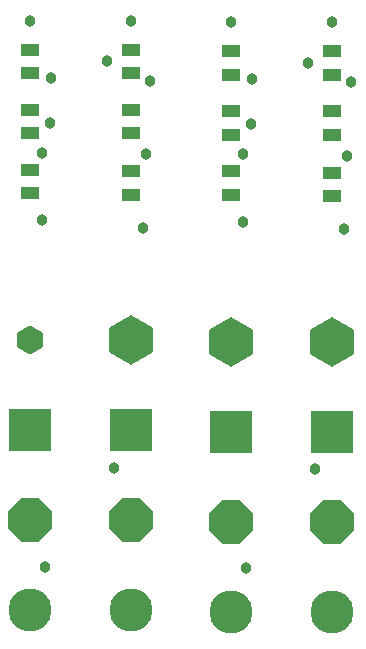
<source format=gbr>
G04 DesignSpark PCB Gerber Version 11.0 Build 5877*
G04 #@! TF.Part,Single*
G04 #@! TF.FileFunction,Soldermask,Bot*
G04 #@! TF.FilePolarity,Negative*
%FSLAX35Y35*%
%MOIN*%
G04 #@! TA.AperFunction,ViaPad*
%ADD84R,0.14380X0.14380*%
%AMT82*0 Hexagon Pad at angle 0*4,1,6,-0.04237,-0.02446,-0.04237,0.02446,0.00001,0.04893,0.04237,0.02446,0.04237,-0.02446,0.00001,-0.04893,-0.04237,-0.02446,0*%
%ADD82T82*%
%AMT83*0 Hexagon Pad at angle 0*4,1,6,-0.07190,-0.04151,-0.07190,0.04151,0.00001,0.08302,0.07190,0.04151,0.07190,-0.04151,0.00001,-0.08302,-0.07190,-0.04151,0*%
%ADD83T83*%
%AMT80*0 Octagon Pad at angle 0*4,1,8,-0.02978,-0.07190,0.02978,-0.07190,0.07190,-0.02978,0.07190,0.02978,0.02978,0.07190,-0.02978,0.07190,-0.07190,0.02978,-0.07190,-0.02978,-0.02978,-0.07190,0*%
%ADD80T80*%
%ADD17C,0.03800*%
%ADD81C,0.14380*%
G04 #@! TA.AperFunction,SMDPad,CuDef*
%ADD85R,0.06309X0.04340*%
G04 #@! TD.AperFunction*
X0Y0D02*
D02*
D17*
X12219Y259831D03*
X16219Y193331D03*
Y215831D03*
X17250Y77831D03*
X18750Y225831D03*
X19219Y240831D03*
X37750Y246331D03*
X40250Y110831D03*
X45750Y259831D03*
X49750Y190831D03*
X50750Y215331D03*
X52250Y239831D03*
X79250Y259331D03*
X83250Y192831D03*
Y215331D03*
X84281Y77331D03*
X85781Y225331D03*
X86250Y240331D03*
X104781Y245831D03*
X107281Y110331D03*
X112781Y259331D03*
X116781Y190331D03*
X117781Y214831D03*
X119281Y239331D03*
D02*
D80*
X12219Y93331D03*
X45750D03*
X79250Y92831D03*
X112781D03*
D02*
D81*
X12219Y63331D03*
X45750D03*
X79250Y62831D03*
X112781D03*
D02*
D82*
X12219Y153331D03*
D02*
D83*
X45750D03*
X79250Y152831D03*
X112781D03*
D02*
D84*
X12250Y123331D03*
X45750D03*
X79281Y122831D03*
X112781D03*
D02*
D85*
X12219Y202394D03*
Y210268D03*
Y242394D03*
Y250268D03*
X12250Y222394D03*
Y230268D03*
X45750Y201894D03*
Y209768D03*
Y222394D03*
Y230268D03*
Y242394D03*
Y250268D03*
X79250Y201894D03*
Y209768D03*
Y241894D03*
Y249768D03*
X79281Y221894D03*
Y229768D03*
X112781Y201394D03*
Y209268D03*
Y221894D03*
Y229768D03*
Y241894D03*
Y249768D03*
X0Y0D02*
M02*

</source>
